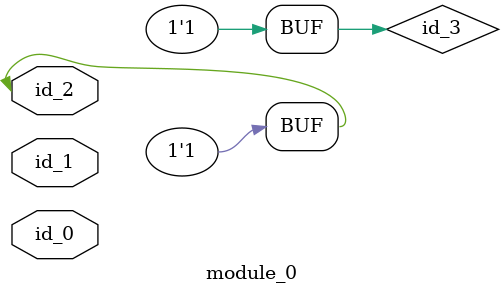
<source format=v>
`timescale 1 ps / 1 ps `timescale 1ps / 1ps
module module_0 (
    input id_0,
    input id_1,
    input id_2
);
  assign id_3 = 1 ? id_2 : id_0 ? id_2 : id_0;
  assign id_3 = 1;
  initial begin
    id_3 <= 1 + id_1;
    id_3 <= 1;
  end
endmodule

</source>
